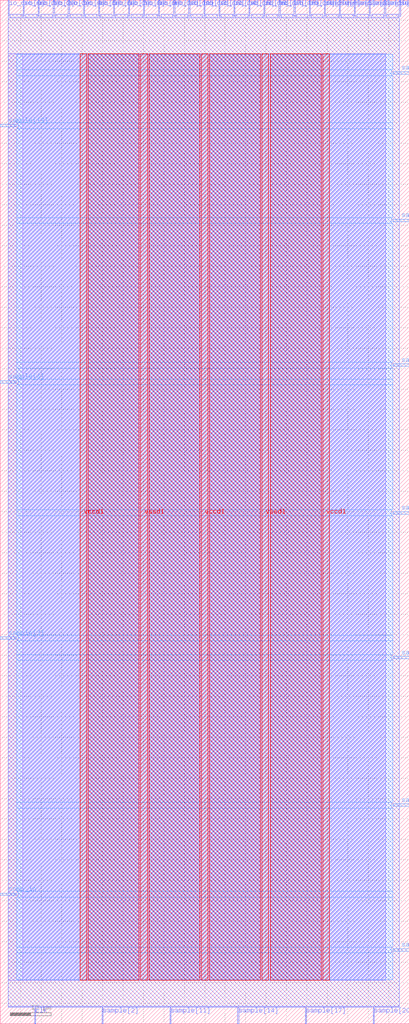
<source format=lef>
VERSION 5.7 ;
  NOWIREEXTENSIONATPIN ON ;
  DIVIDERCHAR "/" ;
  BUSBITCHARS "[]" ;
MACRO sar_logic
  CLASS BLOCK ;
  FOREIGN sar_logic ;
  ORIGIN 0.000 0.000 ;
  SIZE 100.000 BY 250.000 ;
  PIN clk
    DIRECTION INPUT ;
    USE SIGNAL ;
    PORT
      LAYER met2 ;
        RECT 8.370 0.000 8.650 4.000 ;
    END
  END clk
  PIN comp_in
    DIRECTION INPUT ;
    USE SIGNAL ;
    PORT
      LAYER met3 ;
        RECT 0.000 31.320 4.000 31.920 ;
    END
  END comp_in
  PIN io_oeb[0]
    DIRECTION OUTPUT TRISTATE ;
    USE SIGNAL ;
    PORT
      LAYER met2 ;
        RECT 1.930 246.000 2.210 250.000 ;
    END
  END io_oeb[0]
  PIN io_oeb[10]
    DIRECTION OUTPUT TRISTATE ;
    USE SIGNAL ;
    PORT
      LAYER met2 ;
        RECT 38.730 246.000 39.010 250.000 ;
    END
  END io_oeb[10]
  PIN io_oeb[11]
    DIRECTION OUTPUT TRISTATE ;
    USE SIGNAL ;
    PORT
      LAYER met2 ;
        RECT 42.410 246.000 42.690 250.000 ;
    END
  END io_oeb[11]
  PIN io_oeb[12]
    DIRECTION OUTPUT TRISTATE ;
    USE SIGNAL ;
    PORT
      LAYER met2 ;
        RECT 46.090 246.000 46.370 250.000 ;
    END
  END io_oeb[12]
  PIN io_oeb[13]
    DIRECTION OUTPUT TRISTATE ;
    USE SIGNAL ;
    PORT
      LAYER met2 ;
        RECT 49.770 246.000 50.050 250.000 ;
    END
  END io_oeb[13]
  PIN io_oeb[14]
    DIRECTION OUTPUT TRISTATE ;
    USE SIGNAL ;
    PORT
      LAYER met2 ;
        RECT 53.450 246.000 53.730 250.000 ;
    END
  END io_oeb[14]
  PIN io_oeb[15]
    DIRECTION OUTPUT TRISTATE ;
    USE SIGNAL ;
    PORT
      LAYER met2 ;
        RECT 57.130 246.000 57.410 250.000 ;
    END
  END io_oeb[15]
  PIN io_oeb[16]
    DIRECTION OUTPUT TRISTATE ;
    USE SIGNAL ;
    PORT
      LAYER met2 ;
        RECT 60.810 246.000 61.090 250.000 ;
    END
  END io_oeb[16]
  PIN io_oeb[17]
    DIRECTION OUTPUT TRISTATE ;
    USE SIGNAL ;
    PORT
      LAYER met2 ;
        RECT 64.490 246.000 64.770 250.000 ;
    END
  END io_oeb[17]
  PIN io_oeb[18]
    DIRECTION OUTPUT TRISTATE ;
    USE SIGNAL ;
    PORT
      LAYER met2 ;
        RECT 68.170 246.000 68.450 250.000 ;
    END
  END io_oeb[18]
  PIN io_oeb[19]
    DIRECTION OUTPUT TRISTATE ;
    USE SIGNAL ;
    PORT
      LAYER met2 ;
        RECT 71.850 246.000 72.130 250.000 ;
    END
  END io_oeb[19]
  PIN io_oeb[1]
    DIRECTION OUTPUT TRISTATE ;
    USE SIGNAL ;
    PORT
      LAYER met2 ;
        RECT 5.610 246.000 5.890 250.000 ;
    END
  END io_oeb[1]
  PIN io_oeb[20]
    DIRECTION OUTPUT TRISTATE ;
    USE SIGNAL ;
    PORT
      LAYER met2 ;
        RECT 75.530 246.000 75.810 250.000 ;
    END
  END io_oeb[20]
  PIN io_oeb[2]
    DIRECTION OUTPUT TRISTATE ;
    USE SIGNAL ;
    PORT
      LAYER met2 ;
        RECT 9.290 246.000 9.570 250.000 ;
    END
  END io_oeb[2]
  PIN io_oeb[3]
    DIRECTION OUTPUT TRISTATE ;
    USE SIGNAL ;
    PORT
      LAYER met2 ;
        RECT 12.970 246.000 13.250 250.000 ;
    END
  END io_oeb[3]
  PIN io_oeb[4]
    DIRECTION OUTPUT TRISTATE ;
    USE SIGNAL ;
    PORT
      LAYER met2 ;
        RECT 16.650 246.000 16.930 250.000 ;
    END
  END io_oeb[4]
  PIN io_oeb[5]
    DIRECTION OUTPUT TRISTATE ;
    USE SIGNAL ;
    PORT
      LAYER met2 ;
        RECT 20.330 246.000 20.610 250.000 ;
    END
  END io_oeb[5]
  PIN io_oeb[6]
    DIRECTION OUTPUT TRISTATE ;
    USE SIGNAL ;
    PORT
      LAYER met2 ;
        RECT 24.010 246.000 24.290 250.000 ;
    END
  END io_oeb[6]
  PIN io_oeb[7]
    DIRECTION OUTPUT TRISTATE ;
    USE SIGNAL ;
    PORT
      LAYER met2 ;
        RECT 27.690 246.000 27.970 250.000 ;
    END
  END io_oeb[7]
  PIN io_oeb[8]
    DIRECTION OUTPUT TRISTATE ;
    USE SIGNAL ;
    PORT
      LAYER met2 ;
        RECT 31.370 246.000 31.650 250.000 ;
    END
  END io_oeb[8]
  PIN io_oeb[9]
    DIRECTION OUTPUT TRISTATE ;
    USE SIGNAL ;
    PORT
      LAYER met2 ;
        RECT 35.050 246.000 35.330 250.000 ;
    END
  END io_oeb[9]
  PIN sample[0]
    DIRECTION OUTPUT TRISTATE ;
    USE SIGNAL ;
    PORT
      LAYER met2 ;
        RECT 79.210 246.000 79.490 250.000 ;
    END
  END sample[0]
  PIN sample[10]
    DIRECTION OUTPUT TRISTATE ;
    USE SIGNAL ;
    PORT
      LAYER met2 ;
        RECT 90.250 246.000 90.530 250.000 ;
    END
  END sample[10]
  PIN sample[11]
    DIRECTION OUTPUT TRISTATE ;
    USE SIGNAL ;
    PORT
      LAYER met2 ;
        RECT 41.490 0.000 41.770 4.000 ;
    END
  END sample[11]
  PIN sample[12]
    DIRECTION OUTPUT TRISTATE ;
    USE SIGNAL ;
    PORT
      LAYER met3 ;
        RECT 96.000 160.520 100.000 161.120 ;
    END
  END sample[12]
  PIN sample[13]
    DIRECTION OUTPUT TRISTATE ;
    USE SIGNAL ;
    PORT
      LAYER met3 ;
        RECT 0.000 219.000 4.000 219.600 ;
    END
  END sample[13]
  PIN sample[14]
    DIRECTION OUTPUT TRISTATE ;
    USE SIGNAL ;
    PORT
      LAYER met2 ;
        RECT 58.050 0.000 58.330 4.000 ;
    END
  END sample[14]
  PIN sample[15]
    DIRECTION OUTPUT TRISTATE ;
    USE SIGNAL ;
    PORT
      LAYER met3 ;
        RECT 96.000 195.880 100.000 196.480 ;
    END
  END sample[15]
  PIN sample[16]
    DIRECTION OUTPUT TRISTATE ;
    USE SIGNAL ;
    PORT
      LAYER met2 ;
        RECT 93.930 246.000 94.210 250.000 ;
    END
  END sample[16]
  PIN sample[17]
    DIRECTION OUTPUT TRISTATE ;
    USE SIGNAL ;
    PORT
      LAYER met2 ;
        RECT 74.610 0.000 74.890 4.000 ;
    END
  END sample[17]
  PIN sample[18]
    DIRECTION OUTPUT TRISTATE ;
    USE SIGNAL ;
    PORT
      LAYER met2 ;
        RECT 97.610 246.000 97.890 250.000 ;
    END
  END sample[18]
  PIN sample[19]
    DIRECTION OUTPUT TRISTATE ;
    USE SIGNAL ;
    PORT
      LAYER met3 ;
        RECT 96.000 231.920 100.000 232.520 ;
    END
  END sample[19]
  PIN sample[1]
    DIRECTION OUTPUT TRISTATE ;
    USE SIGNAL ;
    PORT
      LAYER met3 ;
        RECT 96.000 17.720 100.000 18.320 ;
    END
  END sample[1]
  PIN sample[20]
    DIRECTION OUTPUT TRISTATE ;
    USE SIGNAL ;
    PORT
      LAYER met2 ;
        RECT 91.170 0.000 91.450 4.000 ;
    END
  END sample[20]
  PIN sample[2]
    DIRECTION OUTPUT TRISTATE ;
    USE SIGNAL ;
    PORT
      LAYER met2 ;
        RECT 24.930 0.000 25.210 4.000 ;
    END
  END sample[2]
  PIN sample[3]
    DIRECTION OUTPUT TRISTATE ;
    USE SIGNAL ;
    PORT
      LAYER met3 ;
        RECT 0.000 93.880 4.000 94.480 ;
    END
  END sample[3]
  PIN sample[4]
    DIRECTION OUTPUT TRISTATE ;
    USE SIGNAL ;
    PORT
      LAYER met3 ;
        RECT 96.000 53.080 100.000 53.680 ;
    END
  END sample[4]
  PIN sample[5]
    DIRECTION OUTPUT TRISTATE ;
    USE SIGNAL ;
    PORT
      LAYER met2 ;
        RECT 82.890 246.000 83.170 250.000 ;
    END
  END sample[5]
  PIN sample[6]
    DIRECTION OUTPUT TRISTATE ;
    USE SIGNAL ;
    PORT
      LAYER met3 ;
        RECT 0.000 156.440 4.000 157.040 ;
    END
  END sample[6]
  PIN sample[7]
    DIRECTION OUTPUT TRISTATE ;
    USE SIGNAL ;
    PORT
      LAYER met3 ;
        RECT 96.000 89.120 100.000 89.720 ;
    END
  END sample[7]
  PIN sample[8]
    DIRECTION OUTPUT TRISTATE ;
    USE SIGNAL ;
    PORT
      LAYER met2 ;
        RECT 86.570 246.000 86.850 250.000 ;
    END
  END sample[8]
  PIN sample[9]
    DIRECTION OUTPUT TRISTATE ;
    USE SIGNAL ;
    PORT
      LAYER met3 ;
        RECT 96.000 124.480 100.000 125.080 ;
    END
  END sample[9]
  PIN vccd1
    DIRECTION INPUT ;
    USE POWER ;
    PORT
      LAYER met4 ;
        RECT 19.550 10.640 21.150 236.880 ;
    END
    PORT
      LAYER met4 ;
        RECT 49.200 10.640 50.800 236.880 ;
    END
    PORT
      LAYER met4 ;
        RECT 78.855 10.640 80.455 236.880 ;
    END
  END vccd1
  PIN vssd1
    DIRECTION INPUT ;
    USE GROUND ;
    PORT
      LAYER met4 ;
        RECT 34.370 10.640 35.970 236.880 ;
    END
    PORT
      LAYER met4 ;
        RECT 64.025 10.640 65.625 236.880 ;
    END
  END vssd1
  OBS
      LAYER li1 ;
        RECT 5.520 10.795 94.300 236.725 ;
      LAYER met1 ;
        RECT 1.910 10.640 94.300 236.880 ;
      LAYER met2 ;
        RECT 2.490 245.720 5.330 246.570 ;
        RECT 6.170 245.720 9.010 246.570 ;
        RECT 9.850 245.720 12.690 246.570 ;
        RECT 13.530 245.720 16.370 246.570 ;
        RECT 17.210 245.720 20.050 246.570 ;
        RECT 20.890 245.720 23.730 246.570 ;
        RECT 24.570 245.720 27.410 246.570 ;
        RECT 28.250 245.720 31.090 246.570 ;
        RECT 31.930 245.720 34.770 246.570 ;
        RECT 35.610 245.720 38.450 246.570 ;
        RECT 39.290 245.720 42.130 246.570 ;
        RECT 42.970 245.720 45.810 246.570 ;
        RECT 46.650 245.720 49.490 246.570 ;
        RECT 50.330 245.720 53.170 246.570 ;
        RECT 54.010 245.720 56.850 246.570 ;
        RECT 57.690 245.720 60.530 246.570 ;
        RECT 61.370 245.720 64.210 246.570 ;
        RECT 65.050 245.720 67.890 246.570 ;
        RECT 68.730 245.720 71.570 246.570 ;
        RECT 72.410 245.720 75.250 246.570 ;
        RECT 76.090 245.720 78.930 246.570 ;
        RECT 79.770 245.720 82.610 246.570 ;
        RECT 83.450 245.720 86.290 246.570 ;
        RECT 87.130 245.720 89.970 246.570 ;
        RECT 90.810 245.720 93.650 246.570 ;
        RECT 94.490 245.720 97.330 246.570 ;
        RECT 1.940 4.280 97.610 245.720 ;
        RECT 1.940 4.000 8.090 4.280 ;
        RECT 8.930 4.000 24.650 4.280 ;
        RECT 25.490 4.000 41.210 4.280 ;
        RECT 42.050 4.000 57.770 4.280 ;
        RECT 58.610 4.000 74.330 4.280 ;
        RECT 75.170 4.000 90.890 4.280 ;
        RECT 91.730 4.000 97.610 4.280 ;
      LAYER met3 ;
        RECT 4.000 232.920 96.000 236.805 ;
        RECT 4.000 231.520 95.600 232.920 ;
        RECT 4.000 220.000 96.000 231.520 ;
        RECT 4.400 218.600 96.000 220.000 ;
        RECT 4.000 196.880 96.000 218.600 ;
        RECT 4.000 195.480 95.600 196.880 ;
        RECT 4.000 161.520 96.000 195.480 ;
        RECT 4.000 160.120 95.600 161.520 ;
        RECT 4.000 157.440 96.000 160.120 ;
        RECT 4.400 156.040 96.000 157.440 ;
        RECT 4.000 125.480 96.000 156.040 ;
        RECT 4.000 124.080 95.600 125.480 ;
        RECT 4.000 94.880 96.000 124.080 ;
        RECT 4.400 93.480 96.000 94.880 ;
        RECT 4.000 90.120 96.000 93.480 ;
        RECT 4.000 88.720 95.600 90.120 ;
        RECT 4.000 54.080 96.000 88.720 ;
        RECT 4.000 52.680 95.600 54.080 ;
        RECT 4.000 32.320 96.000 52.680 ;
        RECT 4.400 30.920 96.000 32.320 ;
        RECT 4.000 18.720 96.000 30.920 ;
        RECT 4.000 17.320 95.600 18.720 ;
        RECT 4.000 10.715 96.000 17.320 ;
      LAYER met4 ;
        RECT 21.550 10.640 33.970 236.880 ;
        RECT 36.370 10.640 48.800 236.880 ;
        RECT 51.200 10.640 63.625 236.880 ;
        RECT 66.025 10.640 78.455 236.880 ;
  END
END sar_logic
END LIBRARY


</source>
